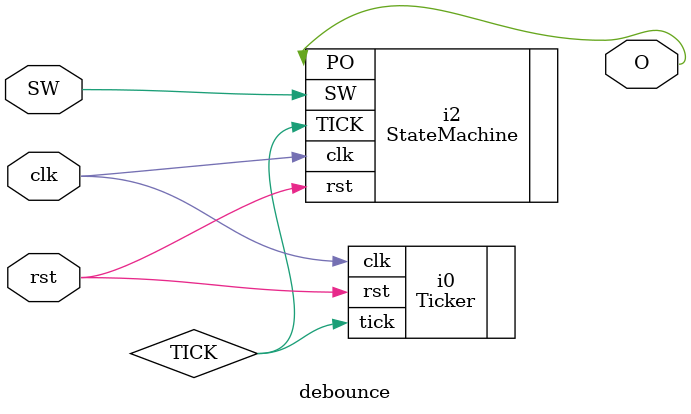
<source format=v>
`timescale 1ns / 1ps
/****************************** C E C S  4 6 0 ******************************
 * 
 * File Name:  debounce.v
 * Project:    Project_1
 * Designer:   Mark Aquiapao
 * Email:      markaquiapao@gmail.com
 * Rev. No.:   Version 1.0
 * Rev. Date:  Feb 12, 2018 
 *
 * Purpose: This module is used to create a digital filter to remove any 
 * transitions that are less than 20 ms caused from a mechanical switch.
 ****************************************************************************/
module debounce(clk, rst, SW, O);

    // Declare Inputs and Outputs
    input 			clk, rst, SW;
    output wire 	O;
    wire 			TICK;
    
    // Instantiate Ticker and State Machine
    Ticker 			i0(.clk(clk), .rst(rst), .tick(TICK));
    StateMachine 	i2(.clk(clk), .rst(rst), .SW(SW), .TICK(TICK), .PO(O));


endmodule

</source>
